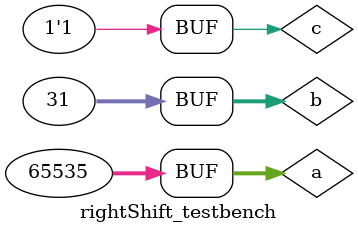
<source format=v>
`define DELAY 20
module rightShift_testbench(); 
reg				c;
reg	[31:0] a, b;
wire	[31:0] result;

right_shift rs (result, a, b, c);

initial begin
a = 32'b11111111111111110000000000000000; 
b = 32'b00000000000000000000000000000000;
c = 0; #`DELAY;
a = 32'b11111111111111110000000000000000;
b = 32'b00000000000000000000000000000001;
c = 0; #`DELAY;
a = 32'b11111111111111110000000000000000;
b = 32'b00000000000000000000000000000010;
c = 0; #`DELAY;
a = 32'b11111111111111110000000000000000;
b = 32'b00000000000000000000000000000011;
c = 0; #`DELAY;
a = 32'b11111111111111110000000000000000;
b = 32'b00000000000000000000000000000100;
c = 0; #`DELAY;
a = 32'b11111111111111110000000000000000;
b = 32'b00000000000000000000000000000101;
c = 0; #`DELAY;
a = 32'b11111111111111110000000000000000;
b = 32'b00000000000000000000000000000110;
c = 0; #`DELAY;
a = 32'b11111111111111110000000000000000;
b = 32'b00000000000000000000000000000111;
c = 0; #`DELAY;
a = 32'b11111111111111110000000000000000;
b = 32'b00000000000000000000000000001000;
c = 0; #`DELAY;
a = 32'b11111111111111110000000000000000;
b = 32'b00000000000000000000000000001001;
c = 0; #`DELAY;
a = 32'b11111111111111110000000000000000;
b = 32'b00000000000000000000000000001010;
c = 0; #`DELAY;
a = 32'b11111111111111110000000000000000;
b = 32'b00000000000000000000000000001011;
c = 0; #`DELAY;
a = 32'b11111111111111110000000000000000;
b = 32'b00000000000000000000000000001100;
c = 0; #`DELAY;
a = 32'b11111111111111110000000000000000;
b = 32'b00000000000000000000000000001101;
c = 0; #`DELAY;
a = 32'b11111111111111110000000000000000;
b = 32'b00000000000000000000000000001110;
c = 0; #`DELAY;
a = 32'b11111111111111110000000000000000;
b = 32'b00000000000000000000000000001111;
c = 0; #`DELAY;
a = 32'b11111111111111110000000000000000;
b = 32'b00000000000000000000000000010000;
c = 0; #`DELAY;
a = 32'b11111111111111110000000000000000;
b = 32'b00000000000000000000000000010001;
c = 0; #`DELAY;
a = 32'b11111111111111110000000000000000;
b = 32'b00000000000000000000000000010010;
c = 0; #`DELAY;
a = 32'b11111111111111110000000000000000;
b = 32'b00000000000000000000000000010011;
c = 0; #`DELAY;
a = 32'b11111111111111110000000000000000;
b = 32'b00000000000000000000000000010100;
c = 0; #`DELAY;
a = 32'b11111111111111110000000000000000;
b = 32'b00000000000000000000000000010101;
c = 0; #`DELAY;
a = 32'b11111111111111110000000000000000;
b = 32'b00000000000000000000000000010110;
c = 0; #`DELAY;
a = 32'b11111111111111110000000000000000;
b = 32'b00000000000000000000000000010111;
c = 0; #`DELAY;
a = 32'b11111111111111110000000000000000;
b = 32'b00000000000000000000000000011000;
c = 0; #`DELAY;
a = 32'b11111111111111110000000000000000;
b = 32'b00000000000000000000000000011001;
c = 0; #`DELAY;
a = 32'b11111111111111110000000000000000;
b = 32'b00000000000000000000000000011010;
c = 0; #`DELAY;
a = 32'b11111111111111110000000000000000;
b = 32'b00000000000000000000000000011011;
c = 0; #`DELAY;
a = 32'b11111111111111110000000000000000;
b = 32'b00000000000000000000000000011100;
c = 0; #`DELAY;
a = 32'b11111111111111110000000000000000;
b = 32'b00000000000000000000000000011101;
c = 0; #`DELAY;
a = 32'b11111111111111110000000000000000;
b = 32'b00000000000000000000000000011110;
c = 0; #`DELAY;
a = 32'b11111111111111110000000000000000;
b = 32'b00000000000000000000000000011111;
c = 0; #`DELAY;

a = 32'b00000000000000001111111111111111;
b = 32'b00000000000000000000000000000000;
c = 0; #`DELAY;
a = 32'b00000000000000001111111111111111;
b = 32'b00000000000000000000000000000001;
c = 0; #`DELAY;
a = 32'b00000000000000001111111111111111;
b = 32'b00000000000000000000000000000010;
c = 0; #`DELAY;
a = 32'b00000000000000001111111111111111;
b = 32'b00000000000000000000000000000011;
c = 0; #`DELAY;
a = 32'b00000000000000001111111111111111;
b = 32'b00000000000000000000000000000100;
c = 0; #`DELAY;
a = 32'b00000000000000001111111111111111;
b = 32'b00000000000000000000000000000101;
c = 0; #`DELAY;
a = 32'b00000000000000001111111111111111;
b = 32'b00000000000000000000000000000110;
c = 0; #`DELAY;
a = 32'b00000000000000001111111111111111;
b = 32'b00000000000000000000000000000111;
c = 0; #`DELAY;
a = 32'b00000000000000001111111111111111;
b = 32'b00000000000000000000000000001000;
c = 0; #`DELAY;
a = 32'b00000000000000001111111111111111;
b = 32'b00000000000000000000000000001001;
c = 0; #`DELAY;
a = 32'b00000000000000001111111111111111;
b = 32'b00000000000000000000000000001010;
c = 0; #`DELAY;
a = 32'b00000000000000001111111111111111;
b = 32'b00000000000000000000000000001011;
c = 0; #`DELAY;
a = 32'b00000000000000001111111111111111;
b = 32'b00000000000000000000000000001100;
c = 0; #`DELAY;
a = 32'b00000000000000001111111111111111;
b = 32'b00000000000000000000000000001101;
c = 0; #`DELAY;
a = 32'b00000000000000001111111111111111;
b = 32'b00000000000000000000000000001110;
c = 0; #`DELAY;
a = 32'b00000000000000001111111111111111;
b = 32'b00000000000000000000000000001111;
c = 0; #`DELAY;
a = 32'b00000000000000001111111111111111;
b = 32'b00000000000000000000000000010000;
c = 0; #`DELAY;
a = 32'b00000000000000001111111111111111;
b = 32'b00000000000000000000000000010001;
c = 0; #`DELAY;
a = 32'b00000000000000001111111111111111;
b = 32'b00000000000000000000000000010010;
c = 0; #`DELAY;
a = 32'b00000000000000001111111111111111;
b = 32'b00000000000000000000000000010011;
c = 0; #`DELAY;
a = 32'b00000000000000001111111111111111;
b = 32'b00000000000000000000000000010100;
c = 0; #`DELAY;
a = 32'b00000000000000001111111111111111;
b = 32'b00000000000000000000000000010101;
c = 0; #`DELAY;
a = 32'b00000000000000001111111111111111;
b = 32'b00000000000000000000000000010110;
c = 0; #`DELAY;
a = 32'b00000000000000001111111111111111;
b = 32'b00000000000000000000000000010111;
c = 0; #`DELAY;
a = 32'b00000000000000001111111111111111;
b = 32'b00000000000000000000000000011000;
c = 0; #`DELAY;
a = 32'b00000000000000001111111111111111;
b = 32'b00000000000000000000000000011001;
c = 0; #`DELAY;
a = 32'b00000000000000001111111111111111;
b = 32'b00000000000000000000000000011010;
c = 0; #`DELAY;
a = 32'b00000000000000001111111111111111;
b = 32'b00000000000000000000000000011011;
c = 0; #`DELAY;
a = 32'b00000000000000001111111111111111;
b = 32'b00000000000000000000000000011100;
c = 0; #`DELAY;
a = 32'b00000000000000001111111111111111;
b = 32'b00000000000000000000000000011101;
c = 0; #`DELAY;
a = 32'b00000000000000001111111111111111;
b = 32'b00000000000000000000000000011110;
c = 0; #`DELAY;
a = 32'b00000000000000001111111111111111;
b = 32'b00000000000000000000000000011111;
c = 0; #`DELAY;




a = 32'b11111111111111110000000000000000; 
b = 32'b00000000000000000000000000000000;
c = 1; #`DELAY;
a = 32'b11111111111111110000000000000000;
b = 32'b00000000000000000000000000000001;
c = 1; #`DELAY;
a = 32'b11111111111111110000000000000000;
b = 32'b00000000000000000000000000000010;
c = 1; #`DELAY;
a = 32'b11111111111111110000000000000000;
b = 32'b00000000000000000000000000000011;
c = 1; #`DELAY;
a = 32'b11111111111111110000000000000000;
b = 32'b00000000000000000000000000000100;
c = 1; #`DELAY;
a = 32'b11111111111111110000000000000000;
b = 32'b00000000000000000000000000000101;
c = 1; #`DELAY;
a = 32'b11111111111111110000000000000000;
b = 32'b00000000000000000000000000000110;
c = 1; #`DELAY;
a = 32'b11111111111111110000000000000000;
b = 32'b00000000000000000000000000000111;
c = 1; #`DELAY;
a = 32'b11111111111111110000000000000000;
b = 32'b00000000000000000000000000001000;
c = 1; #`DELAY;
a = 32'b11111111111111110000000000000000;
b = 32'b00000000000000000000000000001001;
c = 1; #`DELAY;
a = 32'b11111111111111110000000000000000;
b = 32'b00000000000000000000000000001010;
c = 1; #`DELAY;
a = 32'b11111111111111110000000000000000;
b = 32'b00000000000000000000000000001011;
c = 1; #`DELAY;
a = 32'b11111111111111110000000000000000;
b = 32'b00000000000000000000000000001100;
c = 1; #`DELAY;
a = 32'b11111111111111110000000000000000;
b = 32'b00000000000000000000000000001101;
c = 1; #`DELAY;
a = 32'b11111111111111110000000000000000;
b = 32'b00000000000000000000000000001110;
c = 1; #`DELAY;
a = 32'b11111111111111110000000000000000;
b = 32'b00000000000000000000000000001111;
c = 1; #`DELAY;
a = 32'b11111111111111110000000000000000;
b = 32'b00000000000000000000000000010000;
c = 1; #`DELAY;
a = 32'b11111111111111110000000000000000;
b = 32'b00000000000000000000000000010001;
c = 1; #`DELAY;
a = 32'b11111111111111110000000000000000;
b = 32'b00000000000000000000000000010010;
c = 1; #`DELAY;
a = 32'b11111111111111110000000000000000;
b = 32'b00000000000000000000000000010011;
c = 1; #`DELAY;
a = 32'b11111111111111110000000000000000;
b = 32'b00000000000000000000000000010100;
c = 1; #`DELAY;
a = 32'b11111111111111110000000000000000;
b = 32'b00000000000000000000000000010101;
c = 1; #`DELAY;
a = 32'b11111111111111110000000000000000;
b = 32'b00000000000000000000000000010110;
c = 1; #`DELAY;
a = 32'b11111111111111110000000000000000;
b = 32'b00000000000000000000000000010111;
c = 1; #`DELAY;
a = 32'b11111111111111110000000000000000;
b = 32'b00000000000000000000000000011000;
c = 1; #`DELAY;
a = 32'b11111111111111110000000000000000;
b = 32'b00000000000000000000000000011001;
c = 1; #`DELAY;
a = 32'b11111111111111110000000000000000;
b = 32'b00000000000000000000000000011010;
c = 1; #`DELAY;
a = 32'b11111111111111110000000000000000;
b = 32'b00000000000000000000000000011011;
c = 1; #`DELAY;
a = 32'b11111111111111110000000000000000;
b = 32'b00000000000000000000000000011100;
c = 1; #`DELAY;
a = 32'b11111111111111110000000000000000;
b = 32'b00000000000000000000000000011101;
c = 1; #`DELAY;
a = 32'b11111111111111110000000000000000;
b = 32'b00000000000000000000000000011110;
c = 1; #`DELAY;
a = 32'b11111111111111110000000000000000;
b = 32'b00000000000000000000000000011111;
c = 1; #`DELAY;

a = 32'b00000000000000001111111111111111;
b = 32'b00000000000000000000000000000000;
c = 1; #`DELAY;
a = 32'b00000000000000001111111111111111;
b = 32'b00000000000000000000000000000001;
c = 1; #`DELAY;
a = 32'b00000000000000001111111111111111;
b = 32'b00000000000000000000000000000010;
c = 1; #`DELAY;
a = 32'b00000000000000001111111111111111;
b = 32'b00000000000000000000000000000011;
c = 1; #`DELAY;
a = 32'b00000000000000001111111111111111;
b = 32'b00000000000000000000000000000100;
c = 1; #`DELAY;
a = 32'b00000000000000001111111111111111;
b = 32'b00000000000000000000000000000101;
c = 1; #`DELAY;
a = 32'b00000000000000001111111111111111;
b = 32'b00000000000000000000000000000110;
c = 1; #`DELAY;
a = 32'b00000000000000001111111111111111;
b = 32'b00000000000000000000000000000111;
c = 1; #`DELAY;
a = 32'b00000000000000001111111111111111;
b = 32'b00000000000000000000000000001000;
c = 1; #`DELAY;
a = 32'b00000000000000001111111111111111;
b = 32'b00000000000000000000000000001001;
c = 1; #`DELAY;
a = 32'b00000000000000001111111111111111;
b = 32'b00000000000000000000000000001010;
c = 1; #`DELAY;
a = 32'b00000000000000001111111111111111;
b = 32'b00000000000000000000000000001011;
c = 1; #`DELAY;
a = 32'b00000000000000001111111111111111;
b = 32'b00000000000000000000000000001100;
c = 1; #`DELAY;
a = 32'b00000000000000001111111111111111;
b = 32'b00000000000000000000000000001101;
c = 1; #`DELAY;
a = 32'b00000000000000001111111111111111;
b = 32'b00000000000000000000000000001110;
c = 1; #`DELAY;
a = 32'b00000000000000001111111111111111;
b = 32'b00000000000000000000000000001111;
c = 1; #`DELAY;
a = 32'b00000000000000001111111111111111;
b = 32'b00000000000000000000000000010000;
c = 1; #`DELAY;
a = 32'b00000000000000001111111111111111;
b = 32'b00000000000000000000000000010001;
c = 1; #`DELAY;
a = 32'b00000000000000001111111111111111;
b = 32'b00000000000000000000000000010010;
c = 1; #`DELAY;
a = 32'b00000000000000001111111111111111;
b = 32'b00000000000000000000000000010011;
c = 1; #`DELAY;
a = 32'b00000000000000001111111111111111;
b = 32'b00000000000000000000000000010100;
c = 1; #`DELAY;
a = 32'b00000000000000001111111111111111;
b = 32'b00000000000000000000000000010101;
c = 1; #`DELAY;
a = 32'b00000000000000001111111111111111;
b = 32'b00000000000000000000000000010110;
c = 1; #`DELAY;
a = 32'b00000000000000001111111111111111;
b = 32'b00000000000000000000000000010111;
c = 1; #`DELAY;
a = 32'b00000000000000001111111111111111;
b = 32'b00000000000000000000000000011000;
c = 1; #`DELAY;
a = 32'b00000000000000001111111111111111;
b = 32'b00000000000000000000000000011001;
c = 1; #`DELAY;
a = 32'b00000000000000001111111111111111;
b = 32'b00000000000000000000000000011010;
c = 1; #`DELAY;
a = 32'b00000000000000001111111111111111;
b = 32'b00000000000000000000000000011011;
c = 1; #`DELAY;
a = 32'b00000000000000001111111111111111;
b = 32'b00000000000000000000000000011100;
c = 1; #`DELAY;
a = 32'b00000000000000001111111111111111;
b = 32'b00000000000000000000000000011101;
c = 1; #`DELAY;
a = 32'b00000000000000001111111111111111;
b = 32'b00000000000000000000000000011110;
c = 1; #`DELAY;
a = 32'b00000000000000001111111111111111;
b = 32'b00000000000000000000000000011111;
c = 1; #`DELAY;



end
 
initial
begin
$monitor("time = %2d, a =%1b, b=%1b, a/l= %1b, result=%1b", $time, a, b, c, result);
end
 
endmodule
</source>
